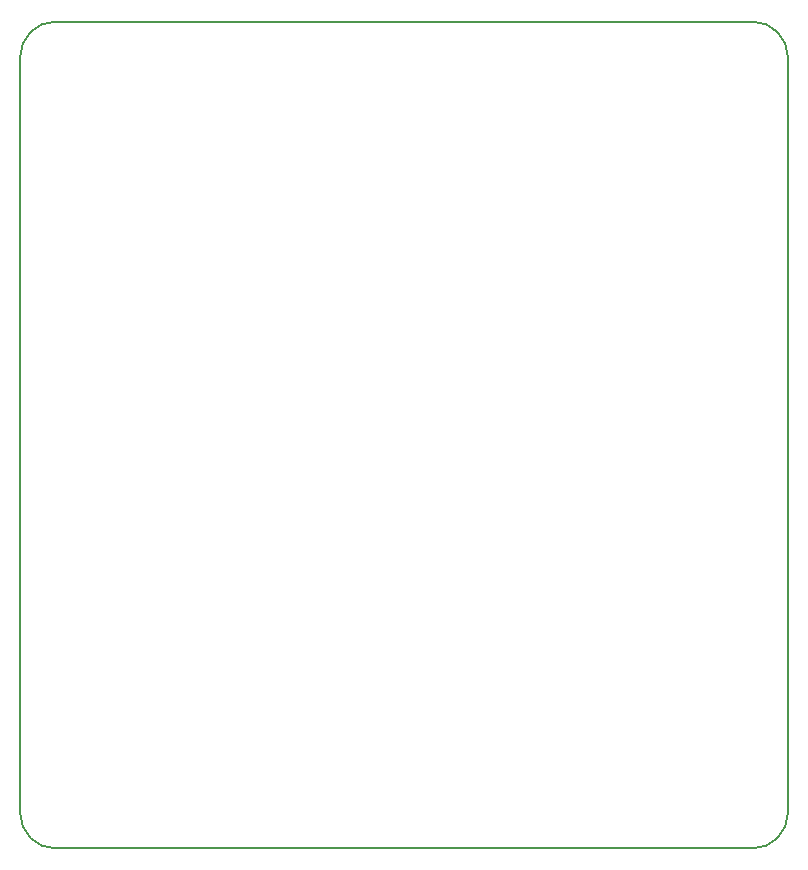
<source format=gbr>
G04 #@! TF.FileFunction,Profile,NP*
%FSLAX46Y46*%
G04 Gerber Fmt 4.6, Leading zero omitted, Abs format (unit mm)*
G04 Created by KiCad (PCBNEW 4.0.6) date 05/23/17 16:08:14*
%MOMM*%
%LPD*%
G01*
G04 APERTURE LIST*
%ADD10C,0.100000*%
%ADD11C,0.150000*%
G04 APERTURE END LIST*
D10*
D11*
X65000000Y-3000000D02*
X65000000Y-67000000D01*
X3000000Y0D02*
X62000000Y0D01*
X0Y-67000000D02*
X0Y-3000000D01*
X62000000Y-70000000D02*
X3000000Y-70000000D01*
X3000000Y0D02*
G75*
G03X0Y-3000000I0J-3000000D01*
G01*
X0Y-67000000D02*
G75*
G03X3000000Y-70000000I3000000J0D01*
G01*
X62000000Y-70000000D02*
G75*
G03X65000000Y-67000000I0J3000000D01*
G01*
X65000000Y-3000000D02*
G75*
G03X62000000Y0I-3000000J0D01*
G01*
M02*

</source>
